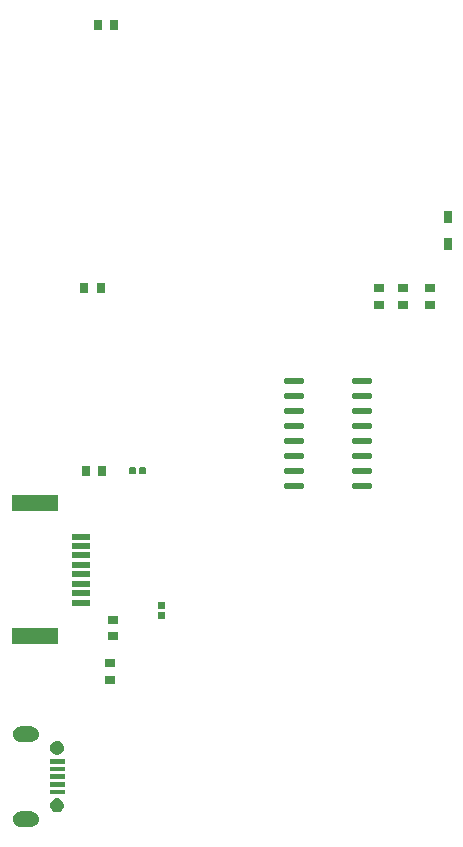
<source format=gtp>
G04 Layer: TopPasteMaskLayer*
G04 EasyEDA v6.5.44, 2024-08-26 14:03:18*
G04 e04413f5f05c4ac1846c34afcf77e532,06c4dd8b78d84ebb914e46ede8edac81,10*
G04 Gerber Generator version 0.2*
G04 Scale: 100 percent, Rotated: No, Reflected: No *
G04 Dimensions in millimeters *
G04 leading zeros omitted , absolute positions ,4 integer and 5 decimal *
%FSLAX45Y45*%
%MOMM*%

%ADD10R,0.9000X0.8000*%
%ADD11R,0.8000X0.9000*%
%ADD12R,0.7500X1.0000*%
%ADD13O,1.7450054X0.5599938*%
%ADD14R,1.5000X0.6000*%
%ADD15R,4.0000X1.3500*%

%LPD*%
G36*
X1710436Y9399625D02*
G01*
X1706422Y9395612D01*
X1706422Y9349587D01*
X1710436Y9345574D01*
X1760524Y9345574D01*
X1764487Y9349587D01*
X1764487Y9395612D01*
X1760524Y9399625D01*
G37*
G36*
X1795475Y9399625D02*
G01*
X1791512Y9395612D01*
X1791512Y9349587D01*
X1795475Y9345574D01*
X1845564Y9345574D01*
X1849577Y9349587D01*
X1849577Y9395612D01*
X1845564Y9399625D01*
G37*
G36*
X1958187Y8263077D02*
G01*
X1954174Y8259064D01*
X1954174Y8208975D01*
X1958187Y8205012D01*
X2004212Y8205012D01*
X2008225Y8208975D01*
X2008225Y8259064D01*
X2004212Y8263077D01*
G37*
G36*
X1958187Y8177987D02*
G01*
X1954174Y8174024D01*
X1954174Y8123936D01*
X1958187Y8119922D01*
X2004212Y8119922D01*
X2008225Y8123936D01*
X2008225Y8174024D01*
X2004212Y8177987D01*
G37*
G36*
X1035202Y6671818D02*
G01*
X1035202Y6631787D01*
X1160170Y6631787D01*
X1160170Y6671818D01*
G37*
G36*
X1035202Y6931812D02*
G01*
X1035202Y6891781D01*
X1160170Y6891781D01*
X1160170Y6931812D01*
G37*
G36*
X1035202Y6736791D02*
G01*
X1035202Y6696811D01*
X1160170Y6696811D01*
X1160170Y6736791D01*
G37*
G36*
X1035202Y6801815D02*
G01*
X1035202Y6761784D01*
X1160170Y6761784D01*
X1160170Y6801815D01*
G37*
G36*
X1035202Y6866788D02*
G01*
X1035202Y6826808D01*
X1160170Y6826808D01*
X1160170Y6866788D01*
G37*
G36*
X1085240Y6598005D02*
G01*
X1062431Y6587845D01*
X1045718Y6569303D01*
X1038047Y6545580D01*
X1040637Y6520738D01*
X1053134Y6499148D01*
X1073302Y6484518D01*
X1097686Y6479286D01*
X1122121Y6484518D01*
X1142288Y6499148D01*
X1154785Y6520738D01*
X1157376Y6545580D01*
X1149654Y6569303D01*
X1132992Y6587845D01*
X1110183Y6598005D01*
G37*
G36*
X1085240Y7082993D02*
G01*
X1062431Y7072833D01*
X1045718Y7054291D01*
X1038047Y7030567D01*
X1040637Y7005777D01*
X1053134Y6984136D01*
X1073302Y6969506D01*
X1097686Y6964273D01*
X1122121Y6969506D01*
X1142288Y6984136D01*
X1154785Y7005777D01*
X1157376Y7030567D01*
X1149654Y7054291D01*
X1132992Y7072833D01*
X1110183Y7082993D01*
G37*
G36*
X787704Y7206792D02*
G01*
X781202Y7206488D01*
X774801Y7205522D01*
X768553Y7203897D01*
X762457Y7201712D01*
X756615Y7198868D01*
X751078Y7195515D01*
X745896Y7191603D01*
X741172Y7187184D01*
X736854Y7182307D01*
X733094Y7177074D01*
X729843Y7171436D01*
X727202Y7165543D01*
X725119Y7159396D01*
X723696Y7153097D01*
X722884Y7146645D01*
X722731Y7140194D01*
X723188Y7133691D01*
X724306Y7127341D01*
X726084Y7121093D01*
X728472Y7115048D01*
X731418Y7109307D01*
X734923Y7103872D01*
X738936Y7098792D01*
X743508Y7094169D01*
X748436Y7090003D01*
X753821Y7086346D01*
X759510Y7083247D01*
X765454Y7080707D01*
X771652Y7078827D01*
X778002Y7077506D01*
X784453Y7076897D01*
X877722Y7076795D01*
X884174Y7077100D01*
X890574Y7078065D01*
X896874Y7079691D01*
X902969Y7081875D01*
X908812Y7084720D01*
X914298Y7088073D01*
X919480Y7091984D01*
X924255Y7096404D01*
X928522Y7101281D01*
X932281Y7106513D01*
X935532Y7112152D01*
X938225Y7118045D01*
X940257Y7124192D01*
X941730Y7130491D01*
X942492Y7136942D01*
X942695Y7143394D01*
X942187Y7149896D01*
X941069Y7156246D01*
X939292Y7162495D01*
X936955Y7168540D01*
X934008Y7174280D01*
X930452Y7179716D01*
X926439Y7184796D01*
X921918Y7189470D01*
X916940Y7193584D01*
X911606Y7197242D01*
X905916Y7200341D01*
X899921Y7202881D01*
X893724Y7204760D01*
X887374Y7206081D01*
X880922Y7206691D01*
G37*
G36*
X787704Y6486804D02*
G01*
X781202Y6486499D01*
X774801Y6485534D01*
X768553Y6483908D01*
X762457Y6481724D01*
X756615Y6478879D01*
X751078Y6475526D01*
X745896Y6471615D01*
X741172Y6467195D01*
X736854Y6462318D01*
X733094Y6457086D01*
X729843Y6451447D01*
X727202Y6445554D01*
X725119Y6439408D01*
X723696Y6433108D01*
X722884Y6426657D01*
X722731Y6420205D01*
X723188Y6413703D01*
X724306Y6407353D01*
X726084Y6401104D01*
X728472Y6395059D01*
X731418Y6389319D01*
X734923Y6383883D01*
X738936Y6378803D01*
X743508Y6374180D01*
X748436Y6370015D01*
X753821Y6366357D01*
X759510Y6363258D01*
X765454Y6360718D01*
X771652Y6358839D01*
X778002Y6357518D01*
X784453Y6356908D01*
X877722Y6356807D01*
X884174Y6357112D01*
X890574Y6358077D01*
X896874Y6359702D01*
X902969Y6361887D01*
X908812Y6364732D01*
X914298Y6368084D01*
X919480Y6371996D01*
X924255Y6376416D01*
X928522Y6381292D01*
X932281Y6386525D01*
X935532Y6392164D01*
X938225Y6398056D01*
X940257Y6404203D01*
X941730Y6410502D01*
X942492Y6416954D01*
X942695Y6423406D01*
X942187Y6429908D01*
X941069Y6436258D01*
X939292Y6442506D01*
X936955Y6448552D01*
X934008Y6454292D01*
X930452Y6459728D01*
X926439Y6464808D01*
X921918Y6469430D01*
X916940Y6473596D01*
X911606Y6477254D01*
X905916Y6480352D01*
X899921Y6482892D01*
X893724Y6484772D01*
X887374Y6486093D01*
X880922Y6486702D01*
G37*
D10*
G01*
X4254500Y10915802D03*
G01*
X4254500Y10775797D03*
D11*
G01*
X1581302Y13144500D03*
G01*
X1441297Y13144500D03*
G01*
X1467002Y10922000D03*
G01*
X1326997Y10922000D03*
G01*
X1479702Y9372600D03*
G01*
X1339697Y9372600D03*
D10*
G01*
X1574800Y8109102D03*
G01*
X1574800Y7969097D03*
G01*
X1549400Y7740802D03*
G01*
X1549400Y7600797D03*
G01*
X3822700Y10915802D03*
G01*
X3822700Y10775797D03*
G01*
X4025900Y10915802D03*
G01*
X4025900Y10775797D03*
D12*
G01*
X4406900Y11521846D03*
G01*
X4406900Y11287353D03*
D13*
G01*
X3103651Y10134600D03*
G01*
X3103651Y10007600D03*
G01*
X3103651Y9880600D03*
G01*
X3103651Y9753600D03*
G01*
X3103651Y9626600D03*
G01*
X3103651Y9499600D03*
G01*
X3103651Y9372600D03*
G01*
X3103651Y9245600D03*
G01*
X3678148Y10134600D03*
G01*
X3678148Y10007600D03*
G01*
X3678148Y9880600D03*
G01*
X3678148Y9753600D03*
G01*
X3678148Y9626600D03*
G01*
X3678148Y9499600D03*
G01*
X3678148Y9372600D03*
G01*
X3678148Y9245600D03*
D14*
G01*
X1302410Y8814409D03*
G01*
X1302410Y8734399D03*
G01*
X1302410Y8654389D03*
G01*
X1302410Y8574404D03*
G01*
X1302410Y8494395D03*
G01*
X1302410Y8414410D03*
G01*
X1302410Y8334400D03*
G01*
X1302410Y8254390D03*
D15*
G01*
X907414Y9096908D03*
G01*
X907414Y7971891D03*
M02*

</source>
